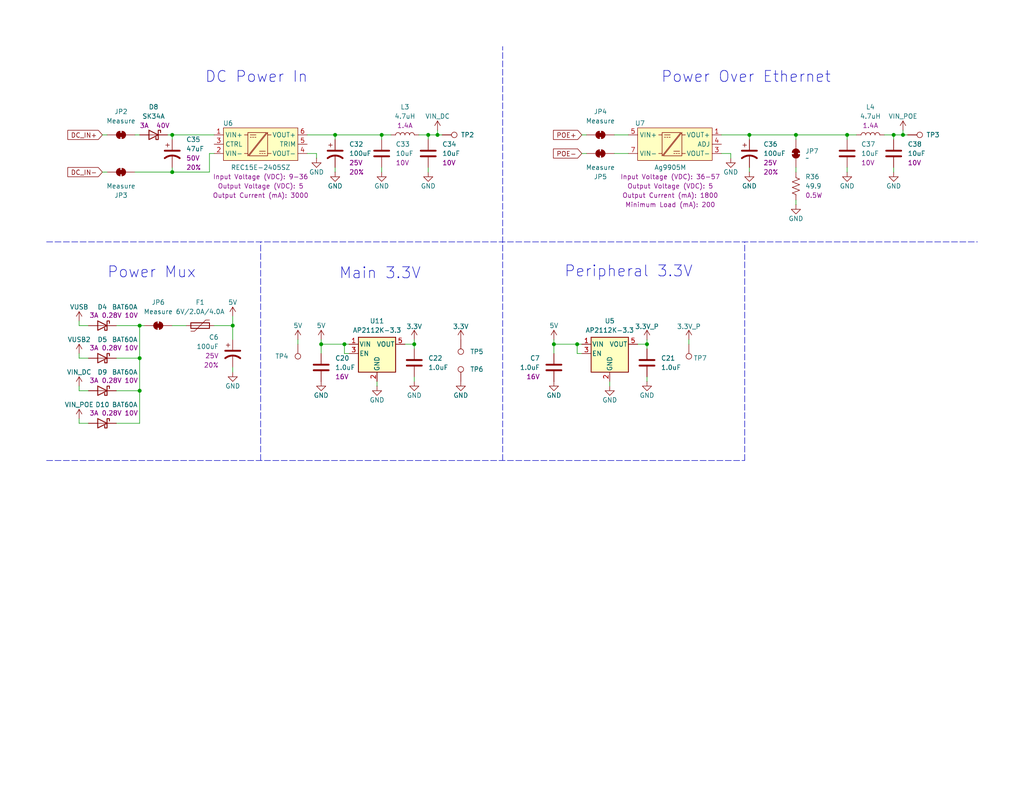
<source format=kicad_sch>
(kicad_sch (version 20231120) (generator "eeschema") (generator_version "8.0")
  (paper "USLetter")
  (lib_symbols
    (symbol "SparkFun-Capacitor:1.0uF_0603_16V_10%" (pin_numbers hide) (pin_names (offset 0.254))
      (property "Reference" "C" (at 0.635 2.54 0))
      (property "Value" "1.0uF" (at 0.635 -2.54 0))
      (property "Voltage" "16V" (at 0 -6.35 0))
      (property "Tolerance" "10%" (at 0 -8.89 0))
      (symbol "1.0uF_0603_16V_10%_0_1"
        (polyline (pts (xy -2.032 -0.762) (xy 2.032 -0.762)) (stroke (width 0.508)))
        (polyline (pts (xy -2.032 0.762) (xy 2.032 0.762)) (stroke (width 0.508)))
      )
      (symbol "1.0uF_0603_16V_10%_1_1"
        (pin passive line (at 0 3.81 270) (length 2.794) (name "~") (number "1"))
        (pin passive line (at 0 -3.81 90) (length 2.794) (name "~") (number "2"))
      )
    )
    (symbol "SparkFun-Capacitor:100uF_6.6x6.6_25V_20%" (pin_numbers hide) (pin_names (offset 0.254) hide)
      (property "Reference" "C" (at 0.635 2.54 0))
      (property "Value" "100uF" (at 0.635 -2.54 0))
      (property "Voltage" "25V" (at 0 -7.62 0))
      (property "Tolerance" "20%" (at 0 -10.16 0))
      (symbol "100uF_6.6x6.6_25V_20%_0_1"
        (polyline (pts (xy -2.032 0.762) (xy 2.032 0.762)) (stroke (width 0.508)))
        (polyline (pts (xy -1.778 2.286) (xy -0.762 2.286)))
        (polyline (pts (xy -1.27 1.778) (xy -1.27 2.794)))
        (arc (start 2.032 -1.27) (mid 0 -0.5572) (end -2.032 -1.27) (stroke (width 0.508)))
      )
      (symbol "100uF_6.6x6.6_25V_20%_1_1"
        (pin passive line (at 0 3.81 270) (length 2.794) (name "~") (number "1"))
        (pin passive line (at 0 -3.81 90) (length 3.302) (name "~") (number "2"))
      )
    )
    (symbol "SparkFun-Capacitor:10uF_0603_10V_20%" (pin_numbers hide) (pin_names (offset 0.254))
      (property "Reference" "C" (at 0.635 2.54 0))
      (property "Value" "10uF" (at 0.635 -2.54 0))
      (property "Voltage" "10V" (at 0 -6.35 0))
      (property "Tolerance" "20%" (at 0 -8.89 0))
      (symbol "10uF_0603_10V_20%_0_1"
        (polyline (pts (xy -2.032 -0.762) (xy 2.032 -0.762)) (stroke (width 0.508)))
        (polyline (pts (xy -2.032 0.762) (xy 2.032 0.762)) (stroke (width 0.508)))
      )
      (symbol "10uF_0603_10V_20%_1_1"
        (pin passive line (at 0 3.81 270) (length 2.794) (name "~") (number "1"))
        (pin passive line (at 0 -3.81 90) (length 2.794) (name "~") (number "2"))
      )
    )
    (symbol "SparkFun-Capacitor:47uF_6.6x6.6_50V_20%" (pin_numbers hide) (pin_names (offset 0.254) hide)
      (property "Reference" "C" (at 0.635 2.54 0))
      (property "Value" "47uF" (at 0.635 -2.54 0))
      (property "Voltage" "50V" (at 0 -7.62 0))
      (property "Tolerance" "20%" (at 0 -10.16 0))
      (symbol "47uF_6.6x6.6_50V_20%_0_1"
        (polyline (pts (xy -2.032 0.762) (xy 2.032 0.762)) (stroke (width 0.508)))
        (polyline (pts (xy -1.778 2.286) (xy -0.762 2.286)))
        (polyline (pts (xy -1.27 1.778) (xy -1.27 2.794)))
        (arc (start 2.032 -1.27) (mid 0 -0.5572) (end -2.032 -1.27) (stroke (width 0.508)))
      )
      (symbol "47uF_6.6x6.6_50V_20%_1_1"
        (pin passive line (at 0 3.81 270) (length 2.794) (name "~") (number "1"))
        (pin passive line (at 0 -3.81 90) (length 3.302) (name "~") (number "2"))
      )
    )
    (symbol "SparkFun-Coil:4.7uH_1008_1.4A" (pin_numbers hide) (pin_names (offset 1.016) hide)
      (property "Reference" "L" (at 0 2.54 0))
      (property "Value" "4.7uH" (at 0 -1.27 0))
      (property "Current" "1.4A" (at 0 -3.81 0))
      (symbol "4.7uH_1008_1.4A_0_1"
        (arc (start -1.27 0) (mid -1.905 0.6323) (end -2.54 0))
        (arc (start 0 0) (mid -0.635 0.6323) (end -1.27 0))
        (arc (start 1.27 0) (mid 0.635 0.6323) (end 0 0))
        (arc (start 2.54 0) (mid 1.905 0.6323) (end 1.27 0))
      )
      (symbol "4.7uH_1008_1.4A_1_1"
        (pin passive line (at -3.81 0 0) (length 1.27) (name "1") (number "1"))
        (pin passive line (at 3.81 0 180) (length 1.27) (name "2") (number "2"))
      )
    )
    (symbol "SparkFun-Connector:TestPoint_PTH" (pin_numbers hide) (pin_names (offset 0.762) hide)
      (property "Reference" "TP" (at 0 5.08 0))
      (symbol "TestPoint_PTH_0_1"
        (circle (center 0 3.302) (radius 0.762))
      )
      (symbol "TestPoint_PTH_1_1"
        (pin passive line (at 0 0 90) (length 2.54) (name "1") (number "1"))
      )
    )
    (symbol "SparkFun-DiscreteSemi:D_Schottky_3A_10V_0.28V" (pin_numbers hide) (pin_names (offset 1.016) hide)
      (property "Reference" "D" (at 0 2.54 0))
      (property "Value" "BAT60A" (at 0 -2.54 0))
      (property "IMax" "3A" (at 0 -5.08 0))
      (property "VDrop" "0.28V" (at 0 -10.16 0))
      (property "VMax" "10V" (at 0 -7.62 0))
      (symbol "D_Schottky_3A_10V_0.28V_0_1"
        (polyline (pts (xy 1.27 0) (xy -1.27 0)))
        (polyline (pts (xy 1.27 1.27) (xy 1.27 -1.27) (xy -1.27 0) (xy 1.27 1.27)) (stroke (width 0.254)))
        (polyline (pts (xy -1.905 0.635) (xy -1.905 1.27) (xy -1.27 1.27) (xy -1.27 -1.27) (xy -0.635 -1.27) (xy -0.635 -0.635)) (stroke (width 0.254)))
      )
      (symbol "D_Schottky_3A_10V_0.28V_1_1"
        (pin passive line (at 3.81 0 180) (length 2.54) (name "A") (number "A"))
        (pin passive line (at -3.81 0 0) (length 2.54) (name "C") (number "C"))
      )
    )
    (symbol "SparkFun-DiscreteSemi:D_Schottky_3A_40V_0.55V" (pin_numbers hide) (pin_names (offset 1.016) hide)
      (property "Reference" "D" (at 0 2.54 0))
      (property "Value" "SK34A" (at 0 -2.54 0))
      (property "IMax" "3A" (at 0 -5.08 0))
      (property "VDrop" "0.55V" (at 0 -10.16 0))
      (property "VMax" "40V" (at 0 -7.62 0))
      (symbol "D_Schottky_3A_40V_0.55V_0_1"
        (polyline (pts (xy 1.27 0) (xy -1.27 0)))
        (polyline (pts (xy 1.27 1.27) (xy 1.27 -1.27) (xy -1.27 0) (xy 1.27 1.27)) (stroke (width 0.254)))
        (polyline (pts (xy -1.905 0.635) (xy -1.905 1.27) (xy -1.27 1.27) (xy -1.27 -1.27) (xy -0.635 -1.27) (xy -0.635 -0.635)) (stroke (width 0.254)))
      )
      (symbol "D_Schottky_3A_40V_0.55V_1_1"
        (pin passive line (at 3.81 0 180) (length 2.54) (name "A") (number "A"))
        (pin passive line (at -3.81 0 0) (length 2.54) (name "C") (number "C"))
      )
    )
    (symbol "SparkFun-Fuse:Fuse 6V/2.0A/4.0A" (pin_numbers hide) (pin_names (offset 0))
      (property "Reference" "F" (at 0 2.54 0))
      (property "Value" "6V/2.0A/4.0A" (at 0 -2.54 0))
      (symbol "Fuse 6V/2.0A/4.0A_0_1"
        (polyline (pts (xy 2.54 0) (xy -2.54 0)))
        (polyline (pts (xy 2.54 1.524) (xy 1.524 1.524) (xy -1.524 -1.524) (xy -2.54 -1.524)))
        (rectangle (start 2.54 0.762) (end -2.54 -0.762) (stroke (width 0.254)))
      )
      (symbol "Fuse 6V/2.0A/4.0A_1_1"
        (pin passive line (at 3.81 0 180) (length 1.27) (name "~") (number "1"))
        (pin passive line (at -3.81 0 0) (length 1.27) (name "~") (number "2"))
      )
    )
    (symbol "SparkFun-IC-Power:Ag9905M"
      (property "Reference" "U" (at -9.8425 5.3975 0))
      (property "Value" "Ag9905M" (at 0 -5.715 0))
      (property "Input Voltage (VDC)" "36-57" (at 0 -7.62 0) (show_name))
      (property "Output Voltage (VDC)" "5" (at 0 -9.8425 0) (show_name))
      (property "Output Current (mA)" "1800" (at 0 -12.065 0) (show_name))
      (property "Minimum Load (mA)" "200" (at 0 -14.2875 0) (show_name))
      (symbol "Ag9905M_1_1"
        (rectangle (start -10.16 4.445) (end 10.16 -4.445) (fill (type background)))
        (polyline (pts (xy -4.445 -2.54) (xy -3.4925 -2.54)))
        (polyline (pts (xy -4.445 2.54) (xy -3.4925 2.54)))
        (polyline (pts (xy -3.4925 -3.175) (xy 1.5875 3.175)))
        (polyline (pts (xy -2.8575 1.905) (xy -2.54 1.905)))
        (polyline (pts (xy -2.8575 2.54) (xy -1.27 2.54)))
        (polyline (pts (xy -2.2225 1.905) (xy -1.905 1.905)))
        (polyline (pts (xy -1.5875 1.905) (xy -1.27 1.905)))
        (polyline (pts (xy -0.3175 -2.54) (xy 0 -2.54)))
        (polyline (pts (xy -0.3175 -1.905) (xy 1.27 -1.905)))
        (polyline (pts (xy 0.3175 -2.54) (xy 0.635 -2.54)))
        (polyline (pts (xy 0.9525 -2.54) (xy 1.27 -2.54)))
        (polyline (pts (xy 2.8575 -2.54) (xy 1.905 -2.54)))
        (polyline (pts (xy 2.8575 2.54) (xy 1.905 2.54)))
        (polyline (pts (xy -3.4925 -3.175) (xy -3.4925 3.175) (xy 1.5875 3.175)))
        (polyline (pts (xy 1.905 3.175) (xy -3.175 -3.175) (xy 1.905 -3.175) (xy 1.905 3.175)))
        (pin power_out line (at 12.7 2.54 180) (length 2.54) (name "VOUT+") (number "1"))
        (pin power_out line (at 12.7 2.54 180) (length 2.54) hide (name "VOUT+") (number "2"))
        (pin power_out line (at 12.7 -2.54 180) (length 2.54) (name "VOUT-") (number "3"))
        (pin input line (at 12.7 0 180) (length 2.54) (name "ADJ") (number "4"))
        (pin power_in line (at -12.7 2.54 0) (length 2.54) (name "VIN+") (number "5"))
        (pin power_in line (at -12.7 2.54 0) (length 2.54) hide (name "VIN+") (number "6"))
        (pin power_in line (at -12.7 -2.54 0) (length 2.54) (name "VIN-") (number "7"))
        (pin power_in line (at -12.7 -2.54 0) (length 2.54) hide (name "VIN-") (number "8"))
      )
    )
    (symbol "SparkFun-IC-Power:REC15E-2405SZ"
      (property "Reference" "U" (at -9.8425 5.3975 0))
      (property "Value" "REC15E-2405SZ" (at 0 -5.715 0))
      (property "Input Voltage (VDC)" "9-36" (at 0 -7.62 0) (show_name))
      (property "Output Voltage (VDC)" "5" (at 0 -9.8425 0) (show_name))
      (property "Output Current (mA)" "3000" (at 0 -12.065 0) (show_name))
      (symbol "REC15E-2405SZ_1_1"
        (rectangle (start -10.16 4.445) (end 10.16 -4.445) (fill (type background)))
        (polyline (pts (xy -4.445 -2.54) (xy -3.4925 -2.54)))
        (polyline (pts (xy -4.445 2.54) (xy -3.4925 2.54)))
        (polyline (pts (xy -3.4925 -3.175) (xy 1.5875 3.175)))
        (polyline (pts (xy -2.8575 1.905) (xy -2.54 1.905)))
        (polyline (pts (xy -2.8575 2.54) (xy -1.27 2.54)))
        (polyline (pts (xy -2.2225 1.905) (xy -1.905 1.905)))
        (polyline (pts (xy -1.5875 1.905) (xy -1.27 1.905)))
        (polyline (pts (xy -0.3175 -2.54) (xy 0 -2.54)))
        (polyline (pts (xy -0.3175 -1.905) (xy 1.27 -1.905)))
        (polyline (pts (xy 0.3175 -2.54) (xy 0.635 -2.54)))
        (polyline (pts (xy 0.9525 -2.54) (xy 1.27 -2.54)))
        (polyline (pts (xy 2.8575 -2.54) (xy 1.905 -2.54)))
        (polyline (pts (xy 2.8575 2.54) (xy 1.905 2.54)))
        (polyline (pts (xy -3.4925 -3.175) (xy -3.4925 3.175) (xy 1.5875 3.175)))
        (polyline (pts (xy 1.905 3.175) (xy -3.175 -3.175) (xy 1.905 -3.175) (xy 1.905 3.175)))
        (pin power_in line (at -12.7 2.54 0) (length 2.54) (name "VIN+") (number "1"))
        (pin power_in line (at -12.7 -2.54 0) (length 2.54) (name "VIN-") (number "2"))
        (pin input line (at -12.7 0 0) (length 2.54) (name "CTRL") (number "3"))
        (pin power_out line (at 12.7 -2.54 180) (length 2.54) (name "VOUT-") (number "4"))
        (pin input line (at 12.7 0 180) (length 2.54) (name "TRIM") (number "5"))
        (pin power_out line (at 12.7 2.54 180) (length 2.54) (name "VOUT+") (number "6"))
      )
    )
    (symbol "SparkFun-Jumper:Jumper_Measure" (pin_numbers hide) (pin_names (offset 0) hide)
      (property "Reference" "JP" (at 0 2.032 0))
      (property "Value" "Measure" (at 0 -2.54 0))
      (symbol "Jumper_Measure_0_1"
        (rectangle (start -0.508 0.508) (end 0.508 -0.508) (fill (type outline)))
        (arc (start -0.254 1.016) (mid -1.2656 0) (end -0.254 -1.016))
        (arc (start -0.254 1.016) (mid -1.2656 0) (end -0.254 -1.016) (fill (type outline)))
        (polyline (pts (xy -0.254 1.016) (xy -0.254 -1.016)))
        (polyline (pts (xy 0.254 1.016) (xy 0.254 -1.016)))
        (arc (start 0.254 -1.016) (mid 1.2656 0) (end 0.254 1.016))
        (arc (start 0.254 -1.016) (mid 1.2656 0) (end 0.254 1.016) (fill (type outline)))
      )
      (symbol "Jumper_Measure_1_1"
        (pin passive line (at -3.81 0 0) (length 2.54) (name "A") (number "1"))
        (pin passive line (at 3.81 0 180) (length 2.54) (name "B") (number "2"))
      )
    )
    (symbol "SparkFun-Jumper:SolderJumper_2_Bridged" (pin_numbers hide) (pin_names (offset 0) hide)
      (property "Reference" "JP" (at 0 2.032 0))
      (property "Value" "~" (at 0 -2.54 0))
      (symbol "SolderJumper_2_Bridged_0_1"
        (rectangle (start -0.508 0.508) (end 0.508 -0.508) (fill (type outline)))
        (arc (start -0.254 1.016) (mid -1.2656 0) (end -0.254 -1.016))
        (arc (start -0.254 1.016) (mid -1.2656 0) (end -0.254 -1.016) (fill (type outline)))
        (polyline (pts (xy -0.254 1.016) (xy -0.254 -1.016)))
        (polyline (pts (xy 0.254 1.016) (xy 0.254 -1.016)))
        (arc (start 0.254 -1.016) (mid 1.2656 0) (end 0.254 1.016))
        (arc (start 0.254 -1.016) (mid 1.2656 0) (end 0.254 1.016) (fill (type outline)))
      )
      (symbol "SolderJumper_2_Bridged_1_1"
        (pin passive line (at -3.81 0 0) (length 2.54) (name "A") (number "1"))
        (pin passive line (at 3.81 0 180) (length 2.54) (name "B") (number "2"))
      )
    )
    (symbol "SparkFun-PowerSymbol:3.3V" (power) (pin_names (offset 0))
      (property "Value" "3.3V" (at 0 3.81 0))
      (symbol "3.3V_0_1"
        (polyline (pts (xy -0.762 1.27) (xy 0 2.54)))
        (polyline (pts (xy 0 0) (xy 0 2.54)))
        (polyline (pts (xy 0 2.54) (xy 0.762 1.27)))
      )
      (symbol "3.3V_1_1"
        (pin power_in line (at 0 0 90) (length 0) hide (name "3.3V") (number "1"))
      )
    )
    (symbol "SparkFun-PowerSymbol:3.3V_P" (power) (pin_names (offset 0))
      (property "Value" "3.3V_P" (at 0 3.81 0))
      (symbol "3.3V_P_0_1"
        (polyline (pts (xy 0 0) (xy 0 2.54)))
        (polyline (pts (xy 0 2.54) (xy 0.762 1.27)))
      )
      (symbol "3.3V_P_1_1"
        (polyline (pts (xy -0.762 1.27) (xy 0 2.54)))
        (pin power_in line (at 0 0 90) (length 0) hide (name "3.3V_P") (number "1"))
      )
    )
    (symbol "SparkFun-PowerSymbol:5V" (power) (pin_names (offset 0))
      (property "Value" "5V" (at 0 3.81 0))
      (symbol "5V_0_1"
        (polyline (pts (xy -0.762 1.27) (xy 0 2.54)))
        (polyline (pts (xy 0 0) (xy 0 2.54)))
        (polyline (pts (xy 0 2.54) (xy 0.762 1.27)))
      )
      (symbol "5V_1_1"
        (pin power_in line (at 0 0 90) (length 0) hide (name "5V") (number "1"))
      )
    )
    (symbol "SparkFun-PowerSymbol:GND" (power) (pin_names (offset 0))
      (property "Value" "GND" (at 0 -3.81 0))
      (symbol "GND_0_1"
        (polyline (pts (xy 0 0) (xy 0 -1.27) (xy 1.27 -1.27) (xy 0 -2.54) (xy -1.27 -1.27) (xy 0 -1.27)))
      )
      (symbol "GND_1_1"
        (pin power_in line (at 0 0 270) (length 0) hide (name "GND") (number "1"))
      )
    )
    (symbol "SparkFun-PowerSymbol:VIN" (power) (pin_names (offset 0))
      (property "Value" "VIN" (at 0 3.81 0))
      (symbol "VIN_0_1"
        (polyline (pts (xy -0.762 1.27) (xy 0 2.54)))
        (polyline (pts (xy 0 0) (xy 0 2.54)))
        (polyline (pts (xy 0 2.54) (xy 0.762 1.27)))
      )
      (symbol "VIN_1_1"
        (pin power_in line (at 0 0 90) (length 0) hide (name "VIN") (number "1"))
      )
    )
    (symbol "SparkFun-PowerSymbol:VUSB" (power) (pin_names (offset 0))
      (property "Value" "VUSB" (at 0 3.81 0))
      (symbol "VUSB_0_1"
        (polyline (pts (xy -0.762 1.27) (xy 0 2.54)))
        (polyline (pts (xy 0 0) (xy 0 2.54)))
        (polyline (pts (xy 0 2.54) (xy 0.762 1.27)))
      )
      (symbol "VUSB_1_1"
        (pin power_in line (at 0 0 90) (length 0) hide (name "VUSB") (number "1"))
      )
    )
    (symbol "SparkFun-Regulator:AP2112K-3.3" (pin_names (offset 0.254))
      (property "Reference" "U3" (at 0 8.89 0))
      (property "Value" "AP2112K-3.3" (at 0 6.35 0))
      (symbol "AP2112K-3.3_1_1"
        (rectangle (start -5.08 4.445) (end 5.08 -5.08) (stroke (width 0.254)) (fill (type background)))
        (pin power_in line (at -7.62 2.54 0) (length 2.54) (name "VIN") (number "1"))
        (pin power_in line (at 0 -7.62 90) (length 2.54) (name "GND") (number "2"))
        (pin input line (at -7.62 0 0) (length 2.54) (name "EN") (number "3"))
        (pin no_connect line (at 5.08 0 180) (length 2.54) hide (name "NC") (number "4"))
        (pin power_out line (at 7.62 2.54 180) (length 2.54) (name "VOUT") (number "5"))
      )
    )
    (symbol "SparkFun-Resistor:49.9_1206" (pin_numbers hide) (pin_names (offset 0))
      (property "Reference" "R" (at 0 -2.54 0))
      (property "Value" "49.9" (at 0 2.54 0))
      (symbol "49.9_1206_0_1"
        (polyline (pts (xy -2.286 0) (xy -2.54 0)))
        (polyline (pts (xy 2.286 0) (xy 2.54 0)))
        (polyline (pts (xy -0.762 0) (xy -1.143 -1.016) (xy -1.524 0) (xy -1.905 1.016) (xy -2.286 0)))
        (polyline (pts (xy 0.762 0) (xy 0.381 -1.016) (xy 0 0) (xy -0.381 1.016) (xy -0.762 0)))
        (polyline (pts (xy 2.286 0) (xy 1.905 -1.016) (xy 1.524 0) (xy 1.143 1.016) (xy 0.762 0)))
      )
      (symbol "49.9_1206_1_1"
        (pin passive line (at 3.81 0 180) (length 1.27) (name "~") (number "1"))
        (pin passive line (at -3.81 0 0) (length 1.27) (name "~") (number "2"))
      )
    )
    (symbol "power:GND" (power) (pin_numbers hide) (pin_names (offset 0) hide)
      (property "Value" "GND" (at 0 -3.81 0))
      (symbol "GND_0_1"
        (polyline (pts (xy 0 0) (xy 0 -1.27) (xy 1.27 -1.27) (xy 0 -2.54) (xy -1.27 -1.27) (xy 0 -1.27)))
      )
      (symbol "GND_1_1"
        (pin power_in line (at 0 0 270) (length 0) (name "~") (number "1"))
      )
    )
  )
  (junction (at 38.1 88.9))
  (junction (at 243.84 36.83))
  (junction (at 38.1 97.79))
  (junction (at 204.47 36.83))
  (junction (at 116.84 36.83))
  (junction (at 157.48 93.98))
  (junction (at 113.03 93.98))
  (junction (at 46.99 46.99))
  (junction (at 46.99 36.83))
  (junction (at 91.44 36.83))
  (junction (at 246.38 36.83))
  (junction (at 176.53 93.98))
  (junction (at 231.14 36.83))
  (junction (at 217.17 36.83))
  (junction (at 104.14 36.83))
  (junction (at 93.98 93.98))
  (junction (at 38.1 106.68))
  (junction (at 63.5 88.9))
  (junction (at 87.63 93.98))
  (junction (at 119.38 36.83))
  (junction (at 151.13 93.98))
  (wire (pts (xy 113.03 93.98) (xy 113.03 95.25)))
  (wire (pts (xy 38.1 106.68) (xy 38.1 97.79)))
  (wire (pts (xy 21.59 115.57) (xy 24.13 115.57)))
  (wire (pts (xy 187.96 92.71) (xy 187.96 93.98)))
  (wire (pts (xy 31.75 106.68) (xy 38.1 106.68)))
  (wire (pts (xy 83.82 41.91) (xy 86.36 41.91)))
  (wire (pts (xy 217.17 54.61) (xy 217.17 55.88)))
  (wire (pts (xy 45.72 36.83) (xy 46.99 36.83)))
  (wire (pts (xy 167.64 36.83) (xy 171.45 36.83)))
  (wire (pts (xy 114.3 36.83) (xy 116.84 36.83)))
  (wire (pts (xy 119.38 36.83) (xy 120.65 36.83)))
  (wire (pts (xy 231.14 36.83) (xy 233.68 36.83)))
  (wire (pts (xy 27.94 46.99) (xy 29.21 46.99)))
  (wire (pts (xy 246.38 35.56) (xy 246.38 36.83)))
  (wire (pts (xy 57.15 46.99) (xy 57.15 41.91)))
  (wire (pts (xy 63.5 86.36) (xy 63.5 88.9)))
  (wire (pts (xy 93.98 93.98) (xy 87.63 93.98)))
  (wire (pts (xy 38.1 88.9) (xy 39.37 88.9)))
  (wire (pts (xy 176.53 93.98) (xy 176.53 95.25)))
  (wire (pts (xy 21.59 88.9) (xy 24.13 88.9)))
  (wire (pts (xy 217.17 45.72) (xy 217.17 46.99)))
  (wire (pts (xy 21.59 114.3) (xy 21.59 115.57)))
  (wire (pts (xy 36.83 46.99) (xy 46.99 46.99)))
  (wire (pts (xy 91.44 45.72) (xy 91.44 46.99)))
  (wire (pts (xy 231.14 45.72) (xy 231.14 46.99)))
  (wire (pts (xy 104.14 45.72) (xy 104.14 46.99)))
  (wire (pts (xy 46.99 88.9) (xy 50.8 88.9)))
  (wire (pts (xy 104.14 36.83) (xy 104.14 38.1)))
  (wire (pts (xy 116.84 36.83) (xy 116.84 38.1)))
  (wire (pts (xy 31.75 115.57) (xy 38.1 115.57)))
  (polyline (pts (xy 203.2 125.73) (xy 203.2 66.04)) (stroke (width 0) (type dash)))
  (wire (pts (xy 151.13 93.98) (xy 151.13 92.71)))
  (wire (pts (xy 46.99 36.83) (xy 46.99 38.1)))
  (wire (pts (xy 110.49 93.98) (xy 113.03 93.98)))
  (wire (pts (xy 87.63 93.98) (xy 87.63 96.52)))
  (wire (pts (xy 86.36 41.91) (xy 86.36 43.18)))
  (wire (pts (xy 199.39 41.91) (xy 199.39 43.18)))
  (wire (pts (xy 104.14 36.83) (xy 106.68 36.83)))
  (wire (pts (xy 95.25 93.98) (xy 93.98 93.98)))
  (wire (pts (xy 158.75 93.98) (xy 157.48 93.98)))
  (wire (pts (xy 46.99 36.83) (xy 58.42 36.83)))
  (wire (pts (xy 176.53 92.71) (xy 176.53 93.98)))
  (wire (pts (xy 63.5 100.33) (xy 63.5 101.6)))
  (wire (pts (xy 21.59 106.68) (xy 24.13 106.68)))
  (wire (pts (xy 217.17 36.83) (xy 217.17 38.1)))
  (wire (pts (xy 204.47 36.83) (xy 204.47 38.1)))
  (polyline (pts (xy 12.7 66.04) (xy 266.7 66.04)) (stroke (width 0) (type dash)))
  (wire (pts (xy 83.82 36.83) (xy 91.44 36.83)))
  (wire (pts (xy 151.13 93.98) (xy 151.13 96.52)))
  (wire (pts (xy 31.75 88.9) (xy 38.1 88.9)))
  (wire (pts (xy 63.5 88.9) (xy 63.5 92.71)))
  (wire (pts (xy 116.84 45.72) (xy 116.84 46.99)))
  (wire (pts (xy 21.59 105.41) (xy 21.59 106.68)))
  (wire (pts (xy 158.75 41.91) (xy 160.02 41.91)))
  (wire (pts (xy 166.37 104.14) (xy 166.37 105.41)))
  (wire (pts (xy 173.99 93.98) (xy 176.53 93.98)))
  (wire (pts (xy 91.44 36.83) (xy 104.14 36.83)))
  (wire (pts (xy 38.1 115.57) (xy 38.1 106.68)))
  (wire (pts (xy 36.83 36.83) (xy 38.1 36.83)))
  (wire (pts (xy 119.38 35.56) (xy 119.38 36.83)))
  (polyline (pts (xy 12.7 125.73) (xy 203.2 125.73)) (stroke (width 0) (type dash)))
  (polyline (pts (xy 137.16 125.73) (xy 137.16 12.7)) (stroke (width 0) (type dash)))
  (wire (pts (xy 57.15 41.91) (xy 58.42 41.91)))
  (wire (pts (xy 93.98 93.98) (xy 93.98 96.52)))
  (wire (pts (xy 196.85 41.91) (xy 199.39 41.91)))
  (wire (pts (xy 243.84 36.83) (xy 243.84 38.1)))
  (wire (pts (xy 243.84 36.83) (xy 246.38 36.83)))
  (wire (pts (xy 81.28 92.71) (xy 81.28 93.98)))
  (wire (pts (xy 58.42 88.9) (xy 63.5 88.9)))
  (wire (pts (xy 217.17 36.83) (xy 231.14 36.83)))
  (wire (pts (xy 91.44 36.83) (xy 91.44 38.1)))
  (wire (pts (xy 46.99 45.72) (xy 46.99 46.99)))
  (wire (pts (xy 27.94 36.83) (xy 29.21 36.83)))
  (wire (pts (xy 116.84 36.83) (xy 119.38 36.83)))
  (wire (pts (xy 31.75 97.79) (xy 38.1 97.79)))
  (wire (pts (xy 204.47 36.83) (xy 217.17 36.83)))
  (wire (pts (xy 204.47 45.72) (xy 204.47 46.99)))
  (wire (pts (xy 246.38 36.83) (xy 247.65 36.83)))
  (wire (pts (xy 113.03 102.87) (xy 113.03 104.14)))
  (wire (pts (xy 167.64 41.91) (xy 171.45 41.91)))
  (wire (pts (xy 21.59 87.63) (xy 21.59 88.9)))
  (wire (pts (xy 231.14 36.83) (xy 231.14 38.1)))
  (wire (pts (xy 113.03 92.71) (xy 113.03 93.98)))
  (wire (pts (xy 157.48 93.98) (xy 157.48 96.52)))
  (wire (pts (xy 38.1 88.9) (xy 38.1 97.79)))
  (wire (pts (xy 102.87 104.14) (xy 102.87 105.41)))
  (wire (pts (xy 241.3 36.83) (xy 243.84 36.83)))
  (wire (pts (xy 176.53 102.87) (xy 176.53 104.14)))
  (wire (pts (xy 243.84 45.72) (xy 243.84 46.99)))
  (wire (pts (xy 157.48 93.98) (xy 151.13 93.98)))
  (wire (pts (xy 158.75 96.52) (xy 157.48 96.52)))
  (polyline (pts (xy 71.12 125.73) (xy 71.12 66.04)) (stroke (width 0) (type dash)))
  (wire (pts (xy 196.85 36.83) (xy 204.47 36.83)))
  (wire (pts (xy 87.63 93.98) (xy 87.63 92.71)))
  (wire (pts (xy 95.25 96.52) (xy 93.98 96.52)))
  (wire (pts (xy 158.75 36.83) (xy 160.02 36.83)))
  (wire (pts (xy 21.59 97.79) (xy 24.13 97.79)))
  (wire (pts (xy 46.99 46.99) (xy 57.15 46.99)))
  (wire (pts (xy 21.59 96.52) (xy 21.59 97.79)))
  (text "Power Over Ethernet" (at 180.34 22.86 0) (effects (font (size 3 3)) (justify left bottom)))
  (text "DC Power In" (at 55.88 22.86 0) (effects (font (size 3 3)) (justify left bottom)))
  (text "Peripheral 3.3V" (at 153.924 75.946 0) (effects (font (size 3 3)) (justify left bottom)))
  (text "Power Mux" (at 29.21 76.2 0) (effects (font (size 3 3)) (justify left bottom)))
  (text "Main 3.3V" (at 92.456 76.454 0) (effects (font (size 3 3)) (justify left bottom)))
  (global_label "DC_IN-" (shape input) (at 27.94 46.99 180) (property "Intersheetrefs" "${INTERSHEET_REFS}" (effects (hide yes))))
  (global_label "POE+" (shape input) (at 158.75 36.83 180) (property "Intersheetrefs" "${INTERSHEET_REFS}" (effects (hide yes))))
  (global_label "DC_IN+" (shape input) (at 27.94 36.83 180) (property "Intersheetrefs" "${INTERSHEET_REFS}" (effects (hide yes))))
  (global_label "POE-" (shape input) (at 158.75 41.91 180) (property "Intersheetrefs" "${INTERSHEET_REFS}" (effects (hide yes))))
  (symbol (lib_id "SparkFun-Jumper:Jumper_Measure") (at 163.83 41.91 0) (mirror x) (unit 1)
    (property "Reference" "JP5" (at 163.83 48.26 0))
    (property "Value" "Measure" (at 163.83 45.72 0))
    (property "Footprint" "SparkFun-Jumper:Jumper_2_PTH_SMD_Combo-NC" (effects (hide yes)))
    (property "Description" "Solder Jumper, 2-pole, closed/bridged" (effects (hide yes)))
  )
  (symbol (lib_id "SparkFun-PowerSymbol:VUSB") (at 21.59 87.63 0) (unit 1)
    (property "Reference" "#PWR041" (effects (hide yes)))
    (property "Value" "VUSB" (at 21.59 83.82 0))
    (property "Description" "Power symbol creates a global label with name \"VUSB\"" (effects (hide yes)))
  )
  (symbol (lib_id "SparkFun-Connector:TestPoint_PTH") (at 187.96 93.98 180) (unit 1)
    (property "Reference" "TP7" (at 189.23 97.79 0) (effects (justify right)))
    (property "Value" "PTH" (effects (hide yes)))
    (property "Footprint" "SparkFun-Connector:1x01" (effects (hide yes)))
    (property "Description" "Test Point" (effects (hide yes)))
  )
  (symbol (lib_id "SparkFun-Capacitor:47uF_6.6x6.6_50V_20%") (at 46.99 41.91 0) (unit 1)
    (property "Reference" "C35" (at 50.8 38.1 0) (effects (justify left)))
    (property "Value" "47uF" (at 50.8 40.64 0) (effects (justify left)))
    (property "Footprint" "SparkFun-Capacitor:PANASONIC_D" (effects (hide yes)))
    (property "Datasheet" "https://www.chemi-con.co.jp/products/relatedfiles/capacitor/catalog/MVARA-e.PDF" (effects (hide yes)))
    (property "Description" "Polarized capacitor, US symbol, 0.248\" Dia x 0.303\" H, Electrolitic" (effects (hide yes)))
    (property "PROD_ID" "CAP-10547" (effects (hide yes)))
    (property "Voltage" "50V" (at 50.8 43.18 0) (effects (justify left)))
    (property "Tolerance" "20%" (at 50.8 45.72 0) (effects (justify left)))
  )
  (symbol (lib_id "SparkFun-PowerSymbol:VIN") (at 119.38 35.56 0) (unit 1)
    (property "Reference" "#PWR0115" (effects (hide yes)))
    (property "Value" "VIN_DC" (at 119.38 31.75 0))
    (property "Description" "Power symbol creates a global label with name \"VIN\"" (effects (hide yes)))
  )
  (symbol (lib_id "SparkFun-Coil:4.7uH_1008_1.4A") (at 237.49 36.83 0) (unit 1)
    (property "Reference" "L4" (at 237.49 29.21 0))
    (property "Value" "4.7uH" (at 237.49 31.75 0))
    (property "Footprint" "SparkFun-Coil:1008_2520Metric" (effects (hide yes)))
    (property "Datasheet" "https://mm.digikey.com/Volume0/opasdata/d220001/medias/docus/38/CIGW252010EH4R7MNE_Spec.pdf" (effects (hide yes)))
    (property "Description" "Inductor" (effects (hide yes)))
    (property "PROD_ID" "NDUC-14880" (effects (hide yes)))
    (property "Current" "1.4A" (at 237.49 34.29 0))
  )
  (symbol (lib_id "SparkFun-Capacitor:10uF_0603_10V_20%") (at 104.14 41.91 0) (unit 1)
    (property "Reference" "C33" (at 107.95 39.3699 0) (effects (justify left)))
    (property "Value" "10uF" (at 107.95 41.9099 0) (effects (justify left)))
    (property "Footprint" "SparkFun-Capacitor:C_0603_1608Metric" (effects (hide yes)))
    (property "Datasheet" "https://cdn.sparkfun.com/assets/8/a/4/a/5/Kemet_Capacitor_Datasheet.pdf" (effects (hide yes)))
    (property "Description" "Unpolarized capacitor" (effects (hide yes)))
    (property "PROD_ID" "CAP-20155" (effects (hide yes)))
    (property "Voltage" "10V" (at 107.95 44.4499 0) (effects (justify left)))
    (property "Tolerance" "20%" (effects (hide yes)))
  )
  (symbol (lib_id "SparkFun-Jumper:Jumper_Measure") (at 43.18 88.9 0) (unit 1)
    (property "Reference" "JP6" (at 43.18 82.55 0))
    (property "Value" "Measure" (at 43.18 85.09 0))
    (property "Footprint" "SparkFun-Jumper:Jumper_2_PTH_SMD_Combo-NC" (effects (hide yes)))
    (property "Description" "Solder Jumper, 2-pole, closed/bridged" (effects (hide yes)))
  )
  (symbol (lib_id "SparkFun-Connector:TestPoint_PTH") (at 81.28 93.98 180) (unit 1)
    (property "Reference" "TP4" (at 78.74 97.2819 0) (effects (justify left)))
    (property "Value" "PTH" (effects (hide yes)))
    (property "Footprint" "SparkFun-Connector:1x01" (effects (hide yes)))
    (property "Description" "Test Point" (effects (hide yes)))
  )
  (symbol (lib_id "SparkFun-PowerSymbol:VIN") (at 21.59 105.41 0) (unit 1)
    (property "Reference" "#PWR0116" (effects (hide yes)))
    (property "Value" "VIN_DC" (at 21.59 101.6 0))
    (property "Description" "Power symbol creates a global label with name \"VIN\"" (effects (hide yes)))
  )
  (symbol (lib_id "SparkFun-DiscreteSemi:D_Schottky_3A_40V_0.55V") (at 41.91 36.83 0) (mirror y) (unit 1)
    (property "Reference" "D8" (at 41.91 29.21 0))
    (property "Value" "SK34A" (at 41.91 31.75 0))
    (property "Footprint" "SparkFun-Semiconductor-Standard:SMA" (effects (hide yes)))
    (property "Datasheet" "https://www.smc-diodes.com/propdf/SK34A%20N0103%20REV.C.pdf" (effects (hide yes)))
    (property "Description" "Schottky diode" (effects (hide yes)))
    (property "PROD_ID" "DIO-14989" (effects (hide yes)))
    (property "IMax" "3A" (at 39.37 34.29 0))
    (property "VDrop" "0.55V" (effects (hide yes)))
    (property "VMax" "40V" (at 44.45 34.29 0))
  )
  (symbol (lib_id "power:GND") (at 176.53 104.14 0) (unit 1)
    (property "Reference" "#PWR029" (effects (hide yes)))
    (property "Value" "GND" (at 176.53 107.95 0))
    (property "Description" "Power symbol creates a global label with name \"GND\" , ground" (effects (hide yes)))
  )
  (symbol (lib_id "power:GND") (at 91.44 46.99 0) (unit 1)
    (property "Reference" "#PWR0112" (effects (hide yes)))
    (property "Value" "GND" (at 91.44 50.8 0))
    (property "Description" "Power symbol creates a global label with name \"GND\" , ground" (effects (hide yes)))
  )
  (symbol (lib_id "SparkFun-Connector:TestPoint_PTH") (at 125.73 104.14 0) (unit 1)
    (property "Reference" "TP6" (at 128.27 100.8379 0) (effects (justify left)))
    (property "Value" "PTH" (effects (hide yes)))
    (property "Footprint" "SparkFun-Connector:1x01" (effects (hide yes)))
    (property "Description" "Test Point" (effects (hide yes)))
  )
  (symbol (lib_id "power:GND") (at 231.14 46.99 0) (unit 1)
    (property "Reference" "#PWR0120" (effects (hide yes)))
    (property "Value" "GND" (at 231.14 50.8 0))
    (property "Description" "Power symbol creates a global label with name \"GND\" , ground" (effects (hide yes)))
  )
  (symbol (lib_id "SparkFun-Coil:4.7uH_1008_1.4A") (at 110.49 36.83 0) (unit 1)
    (property "Reference" "L3" (at 110.49 29.21 0))
    (property "Value" "4.7uH" (at 110.49 31.75 0))
    (property "Footprint" "SparkFun-Coil:1008_2520Metric" (effects (hide yes)))
    (property "Datasheet" "https://mm.digikey.com/Volume0/opasdata/d220001/medias/docus/38/CIGW252010EH4R7MNE_Spec.pdf" (effects (hide yes)))
    (property "Description" "Inductor" (effects (hide yes)))
    (property "PROD_ID" "NDUC-14880" (effects (hide yes)))
    (property "Current" "1.4A" (at 110.49 34.29 0))
  )
  (symbol (lib_id "SparkFun-DiscreteSemi:D_Schottky_3A_10V_0.28V") (at 27.94 88.9 0) (mirror y) (unit 1)
    (property "Reference" "D4" (at 27.94 83.82 0))
    (property "Value" "BAT60A" (at 34.036 83.82 0))
    (property "Footprint" "SparkFun-Semiconductor-Standard:SOD-323" (effects (hide yes)))
    (property "Datasheet" "https://www.infineon.com/dgdl/bat60aseries.pdf?folderId=db3a304313d846880113def5812204a1&fileId=db3a304313d846880113def70c9304a9" (effects (hide yes)))
    (property "Description" "Schottky diode" (effects (hide yes)))
    (property "PROD_ID" "DIO-14072" (effects (hide yes)))
    (property "IMax" "3A" (at 25.654 86.106 0))
    (property "VDrop" "0.28V" (at 30.48 86.106 0))
    (property "VMax" "10V" (at 35.814 86.106 0))
  )
  (symbol (lib_id "power:GND") (at 199.39 43.18 0) (unit 1)
    (property "Reference" "#PWR0117" (effects (hide yes)))
    (property "Value" "GND" (at 199.39 46.99 0))
    (property "Description" "Power symbol creates a global label with name \"GND\" , ground" (effects (hide yes)))
  )
  (symbol (lib_id "SparkFun-Jumper:Jumper_Measure") (at 33.02 46.99 0) (mirror x) (unit 1)
    (property "Reference" "JP3" (at 33.02 53.34 0))
    (property "Value" "Measure" (at 33.02 50.8 0))
    (property "Footprint" "SparkFun-Jumper:Jumper_2_PTH_SMD_Combo-NC" (effects (hide yes)))
    (property "Description" "Solder Jumper, 2-pole, closed/bridged" (effects (hide yes)))
  )
  (symbol (lib_id "power:GND") (at 113.03 104.14 0) (unit 1)
    (property "Reference" "#PWR068" (effects (hide yes)))
    (property "Value" "GND" (at 113.03 107.95 0))
    (property "Description" "Power symbol creates a global label with name \"GND\" , ground" (effects (hide yes)))
  )
  (symbol (lib_id "power:GND") (at 217.17 55.88 0) (unit 1)
    (property "Reference" "#PWR0123" (effects (hide yes)))
    (property "Value" "GND" (at 217.17 59.69 0))
    (property "Description" "Power symbol creates a global label with name \"GND\" , ground" (effects (hide yes)))
  )
  (symbol (lib_id "SparkFun-PowerSymbol:VUSB") (at 21.59 96.52 0) (unit 1)
    (property "Reference" "#PWR038" (effects (hide yes)))
    (property "Value" "VUSB2" (at 21.59 92.71 0))
    (property "Description" "Power symbol creates a global label with name \"VUSB\"" (effects (hide yes)))
  )
  (symbol (lib_id "SparkFun-IC-Power:Ag9905M") (at 184.15 39.37 0) (unit 1)
    (property "Reference" "U7" (at 174.625 33.655 0))
    (property "Value" "Ag9905M" (at 182.88 45.72 0))
    (property "Footprint" "SparkFun-Semiconductor-Standard:Ag9900M" (effects (hide yes)))
    (property "Datasheet" "https://cdn.sparkfun.com/assets/6/9/b/9/7/Ag9900M-datasheet-ultra-miniature-isolated-Power-over-Ethernet-POE-module.pdf" (effects (hide yes)))
    (property "Description" "The Ag9900 Power-over-Ethernet (PoE) modules are the smallest POE solution in the world and designed to extract power from a conventional twisted pair Category 5 Ethernet cable, conforming to the IEEE 802.3af PoE standard." (effects (hide yes)))
    (property "Input Voltage (VDC)" "36-57" (at 182.88 48.26 0) (show_name yes))
    (property "Output Voltage (VDC)" "5" (at 182.88 50.8 0) (show_name yes))
    (property "Output Current (mA)" "1800" (at 182.88 53.34 0) (show_name yes))
    (property "Minimum Load (mA)" "200" (at 182.88 55.88 0) (show_name yes))
    (property "PROD_ID" "IC-16251" (effects (hide yes)))
  )
  (symbol (lib_id "power:GND") (at 104.14 46.99 0) (unit 1)
    (property "Reference" "#PWR0113" (effects (hide yes)))
    (property "Value" "GND" (at 104.14 50.8 0))
    (property "Description" "Power symbol creates a global label with name \"GND\" , ground" (effects (hide yes)))
  )
  (symbol (lib_id "SparkFun-IC-Power:REC15E-2405SZ") (at 71.12 39.37 0) (unit 1)
    (property "Reference" "U6" (at 62.23 33.655 0))
    (property "Value" "REC15E-2405SZ" (at 71.12 45.72 0))
    (property "Footprint" "SparkFun-Semiconductor-Standard:REC15E" (effects (hide yes)))
    (property "Datasheet" "https://g.recomcdn.com/media/Datasheet/pdf/.fX2aue-W/.tb5cc79728e7bdacded41/Datasheet-81/REC15E-Z.pdf" (effects (hide yes)))
    (property "Description" "The REC15E-Z series are 4:1 wide input voltage range 15W power DC/DC converters in a 1”x1” case. Despite their low cost, the converters are fully specified devices with output currents up to 4 Amps,no minimum load, 1.6kVDC isolation, high efficiency and low ripple/noise figures." (effects (hide yes)))
    (property "Input Voltage (VDC)" "9-36" (at 71.12 48.26 0) (show_name yes))
    (property "Output Voltage (VDC)" "5" (at 71.12 50.8 0) (show_name yes))
    (property "Output Current (mA)" "3000" (at 71.12 53.34 0) (show_name yes))
    (property "PROD_ID" "COMP-19263" (effects (hide yes)))
  )
  (symbol (lib_id "power:GND") (at 86.36 43.18 0) (unit 1)
    (property "Reference" "#PWR0110" (effects (hide yes)))
    (property "Value" "GND" (at 86.36 46.99 0))
    (property "Description" "Power symbol creates a global label with name \"GND\" , ground" (effects (hide yes)))
  )
  (symbol (lib_id "SparkFun-Resistor:49.9_1206") (at 217.17 50.8 270) (unit 1)
    (property "Reference" "R36" (at 219.71 48.2599 90) (effects (justify left)))
    (property "Value" "49.9" (at 219.71 50.7999 90) (effects (justify left)))
    (property "Footprint" "SparkFun-Resistor:R_1206_3216Metric" (effects (hide yes)))
    (property "Datasheet" "https://www.seielect.com/catalog/sei-rncp.pdf" (effects (hide yes)))
    (property "Description" "Resistor" (effects (hide yes)))
    (property "PROD_ID" "RES-16252" (effects (hide yes)))
    (property "Wattage" "0.5W" (at 219.71 53.3399 90) (effects (justify left)))
    (property "Tolerance" "1%" (effects (hide yes)))
  )
  (symbol (lib_id "SparkFun-Capacitor:10uF_0603_10V_20%") (at 243.84 41.91 0) (unit 1)
    (property "Reference" "C38" (at 247.65 39.3699 0) (effects (justify left)))
    (property "Value" "10uF" (at 247.65 41.9099 0) (effects (justify left)))
    (property "Footprint" "SparkFun-Capacitor:C_0603_1608Metric" (effects (hide yes)))
    (property "Datasheet" "https://cdn.sparkfun.com/assets/8/a/4/a/5/Kemet_Capacitor_Datasheet.pdf" (effects (hide yes)))
    (property "Description" "Unpolarized capacitor" (effects (hide yes)))
    (property "PROD_ID" "CAP-20155" (effects (hide yes)))
    (property "Voltage" "10V" (at 247.65 44.4499 0) (effects (justify left)))
    (property "Tolerance" "20%" (effects (hide yes)))
  )
  (symbol (lib_id "SparkFun-Connector:TestPoint_PTH") (at 125.73 92.71 180) (unit 1)
    (property "Reference" "TP5" (at 128.27 96.0119 0) (effects (justify right)))
    (property "Value" "PTH" (effects (hide yes)))
    (property "Footprint" "SparkFun-Connector:1x01" (effects (hide yes)))
    (property "Description" "Test Point" (effects (hide yes)))
  )
  (symbol (lib_id "SparkFun-PowerSymbol:3.3V") (at 113.03 92.71 0) (unit 1)
    (property "Reference" "#PWR033" (effects (hide yes)))
    (property "Value" "3.3V" (at 113.03 89.154 0))
    (property "Description" "Power symbol creates a global label with name \"3.3V\"" (effects (hide yes)))
  )
  (symbol (lib_id "power:GND") (at 151.13 104.14 0) (unit 1)
    (property "Reference" "#PWR04" (effects (hide yes)))
    (property "Value" "GND" (at 151.13 107.95 0))
    (property "Description" "Power symbol creates a global label with name \"GND\" , ground" (effects (hide yes)))
  )
  (symbol (lib_id "SparkFun-Regulator:AP2112K-3.3") (at 166.37 96.52 0) (unit 1)
    (property "Reference" "U5" (at 166.37 87.63 0))
    (property "Value" "AP2112K-3.3" (at 166.37 90.17 0))
    (property "Footprint" "SparkFun-Semiconductor-Standard:SOT23-5" (effects (hide yes)))
    (property "Datasheet" "https://www.diodes.com/assets/Datasheets/AP2112.pdf" (effects (hide yes)))
    (property "Description" "600mA low dropout linear regulator, with enable pin, 3.8V-6V input voltage range, 3.3V fixed positive output, SOT-23-5" (effects (hide yes)))
    (property "PROD_ID" "VREG-12457" (effects (hide yes)))
    (property "VMax" "6V" (effects (hide yes)))
    (property "Imax" "600mA" (effects (hide yes)))
    (property "Iq" "55µA" (effects (hide yes)))
  )
  (symbol (lib_id "SparkFun-Capacitor:1.0uF_0603_16V_10%") (at 113.03 99.06 0) (unit 1)
    (property "Reference" "C22" (at 116.84 97.7899 0) (effects (justify left)))
    (property "Value" "1.0uF" (at 116.84 100.3299 0) (effects (justify left)))
    (property "Footprint" "SparkFun-Capacitor:C_0603_1608Metric" (effects (hide yes)))
    (property "Datasheet" "https://cdn.sparkfun.com/assets/8/a/4/a/5/Kemet_Capacitor_Datasheet.pdf" (effects (hide yes)))
    (property "Description" "Unpolarized capacitor" (effects (hide yes)))
    (property "PROD_ID" "CAP-13930" (effects (hide yes)))
    (property "Voltage" "16V" (effects (hide yes)))
    (property "Tolerance" "10%" (effects (hide yes)))
  )
  (symbol (lib_id "power:GND") (at 166.37 105.41 0) (unit 1)
    (property "Reference" "#PWR06" (effects (hide yes)))
    (property "Value" "GND" (at 166.37 109.22 0))
    (property "Description" "Power symbol creates a global label with name \"GND\" , ground" (effects (hide yes)))
  )
  (symbol (lib_id "SparkFun-DiscreteSemi:D_Schottky_3A_10V_0.28V") (at 27.94 115.57 0) (mirror y) (unit 1)
    (property "Reference" "D10" (at 27.94 110.49 0))
    (property "Value" "BAT60A" (at 34.036 110.49 0))
    (property "Footprint" "SparkFun-Semiconductor-Standard:SOD-323" (effects (hide yes)))
    (property "Datasheet" "https://www.infineon.com/dgdl/bat60aseries.pdf?folderId=db3a304313d846880113def5812204a1&fileId=db3a304313d846880113def70c9304a9" (effects (hide yes)))
    (property "Description" "Schottky diode" (effects (hide yes)))
    (property "PROD_ID" "DIO-14072" (effects (hide yes)))
    (property "IMax" "3A" (at 25.654 112.776 0))
    (property "VDrop" "0.28V" (at 30.48 112.776 0))
    (property "VMax" "10V" (at 35.814 112.776 0))
  )
  (symbol (lib_id "SparkFun-Capacitor:1.0uF_0603_16V_10%") (at 87.63 100.33 0) (unit 1)
    (property "Reference" "C20" (at 91.44 97.7899 0) (effects (justify left)))
    (property "Value" "1.0uF" (at 91.44 100.3299 0) (effects (justify left)))
    (property "Footprint" "SparkFun-Capacitor:C_0603_1608Metric" (effects (hide yes)))
    (property "Datasheet" "https://cdn.sparkfun.com/assets/8/a/4/a/5/Kemet_Capacitor_Datasheet.pdf" (effects (hide yes)))
    (property "Description" "Unpolarized capacitor" (effects (hide yes)))
    (property "PROD_ID" "CAP-13930" (effects (hide yes)))
    (property "Voltage" "16V" (at 91.44 102.8699 0) (effects (justify left)))
    (property "Tolerance" "10%" (effects (hide yes)))
  )
  (symbol (lib_id "SparkFun-Jumper:Jumper_Measure") (at 33.02 36.83 0) (unit 1)
    (property "Reference" "JP2" (at 33.02 30.48 0))
    (property "Value" "Measure" (at 33.02 33.02 0))
    (property "Footprint" "SparkFun-Jumper:Jumper_2_PTH_SMD_Combo-NC" (effects (hide yes)))
    (property "Description" "Solder Jumper, 2-pole, closed/bridged" (effects (hide yes)))
  )
  (symbol (lib_id "power:GND") (at 204.47 46.99 0) (unit 1)
    (property "Reference" "#PWR0119" (effects (hide yes)))
    (property "Value" "GND" (at 204.47 50.8 0))
    (property "Description" "Power symbol creates a global label with name \"GND\" , ground" (effects (hide yes)))
  )
  (symbol (lib_id "power:GND") (at 116.84 46.99 0) (unit 1)
    (property "Reference" "#PWR0114" (effects (hide yes)))
    (property "Value" "GND" (at 116.84 50.8 0))
    (property "Description" "Power symbol creates a global label with name \"GND\" , ground" (effects (hide yes)))
  )
  (symbol (lib_id "SparkFun-Regulator:AP2112K-3.3") (at 102.87 96.52 0) (unit 1)
    (property "Reference" "U11" (at 102.87 87.63 0))
    (property "Value" "AP2112K-3.3" (at 102.87 90.17 0))
    (property "Footprint" "SparkFun-Semiconductor-Standard:SOT23-5" (effects (hide yes)))
    (property "Datasheet" "https://www.diodes.com/assets/Datasheets/AP2112.pdf" (effects (hide yes)))
    (property "Description" "600mA low dropout linear regulator, with enable pin, 3.8V-6V input voltage range, 3.3V fixed positive output, SOT-23-5" (effects (hide yes)))
    (property "PROD_ID" "VREG-12457" (effects (hide yes)))
    (property "VMax" "6V" (effects (hide yes)))
    (property "Imax" "600mA" (effects (hide yes)))
    (property "Iq" "55µA" (effects (hide yes)))
  )
  (symbol (lib_id "SparkFun-PowerSymbol:5V") (at 63.5 86.36 0) (unit 1)
    (property "Reference" "#PWR042" (effects (hide yes)))
    (property "Value" "5V" (at 63.5 82.55 0))
    (property "Description" "Power symbol creates a global label with name \"5V\"" (effects (hide yes)))
  )
  (symbol (lib_id "SparkFun-Capacitor:10uF_0603_10V_20%") (at 116.84 41.91 0) (unit 1)
    (property "Reference" "C34" (at 120.65 39.3699 0) (effects (justify left)))
    (property "Value" "10uF" (at 120.65 41.9099 0) (effects (justify left)))
    (property "Footprint" "SparkFun-Capacitor:C_0603_1608Metric" (effects (hide yes)))
    (property "Datasheet" "https://cdn.sparkfun.com/assets/8/a/4/a/5/Kemet_Capacitor_Datasheet.pdf" (effects (hide yes)))
    (property "Description" "Unpolarized capacitor" (effects (hide yes)))
    (property "PROD_ID" "CAP-20155" (effects (hide yes)))
    (property "Voltage" "10V" (at 120.65 44.4499 0) (effects (justify left)))
    (property "Tolerance" "20%" (effects (hide yes)))
  )
  (symbol (lib_id "SparkFun-PowerSymbol:5V") (at 151.13 92.71 0) (unit 1)
    (property "Reference" "#PWR02" (effects (hide yes)))
    (property "Value" "5V" (at 151.13 88.9 0))
    (property "Description" "Power symbol creates a global label with name \"5V\"" (effects (hide yes)))
  )
  (symbol (lib_id "SparkFun-PowerSymbol:GND") (at 125.73 104.14 0) (unit 1)
    (property "Reference" "#PWR0118" (effects (hide yes)))
    (property "Value" "GND" (at 125.73 107.95 0))
    (property "Description" "Power symbol creates a global label with name \"GND\" , ground" (effects (hide yes)))
  )
  (symbol (lib_id "SparkFun-Capacitor:1.0uF_0603_16V_10%") (at 151.13 100.33 0) (unit 1)
    (property "Reference" "C7" (at 147.32 97.7899 0) (effects (justify right)))
    (property "Value" "1.0uF" (at 147.32 100.3299 0) (effects (justify right)))
    (property "Footprint" "SparkFun-Capacitor:C_0603_1608Metric" (effects (hide yes)))
    (property "Datasheet" "https://cdn.sparkfun.com/assets/8/a/4/a/5/Kemet_Capacitor_Datasheet.pdf" (effects (hide yes)))
    (property "Description" "Unpolarized capacitor" (effects (hide yes)))
    (property "PROD_ID" "CAP-13930" (effects (hide yes)))
    (property "Voltage" "16V" (at 147.32 102.8699 0) (effects (justify right)))
    (property "Tolerance" "10%" (effects (hide yes)))
  )
  (symbol (lib_id "SparkFun-PowerSymbol:5V") (at 87.63 92.71 0) (unit 1)
    (property "Reference" "#PWR043" (effects (hide yes)))
    (property "Value" "5V" (at 87.63 88.9 0))
    (property "Description" "Power symbol creates a global label with name \"5V\"" (effects (hide yes)))
  )
  (symbol (lib_id "SparkFun-Capacitor:100uF_6.6x6.6_25V_20%") (at 63.5 96.52 0) (unit 1)
    (property "Reference" "C6" (at 59.69 92.0749 0) (effects (justify right)))
    (property "Value" "100uF" (at 59.69 94.6149 0) (effects (justify right)))
    (property "Footprint" "SparkFun-Capacitor:PANASONIC_D" (effects (hide yes)))
    (property "Datasheet" "https://www.chemi-con.co.jp/products/relatedfiles/capacitor/catalog/MVARA-e.PDF" (effects (hide yes)))
    (property "Description" "Polarized capacitor, US symbol, 0.248\" Dia x 0.303\" H, Electrolitic" (effects (hide yes)))
    (property "PROD_ID" "CAP-12547" (effects (hide yes)))
    (property "Voltage" "25V" (at 59.69 97.1549 0) (effects (justify right)))
    (property "Tolerance" "20%" (at 59.69 99.6949 0) (effects (justify right)))
  )
  (symbol (lib_id "power:GND") (at 87.63 104.14 0) (unit 1)
    (property "Reference" "#PWR031" (effects (hide yes)))
    (property "Value" "GND" (at 87.63 107.95 0))
    (property "Description" "Power symbol creates a global label with name \"GND\" , ground" (effects (hide yes)))
  )
  (symbol (lib_id "SparkFun-Connector:TestPoint_PTH") (at 120.65 36.83 270) (unit 1)
    (property "Reference" "TP2" (at 125.73 36.8299 90) (effects (justify left)))
    (property "Value" "PTH" (effects (hide yes)))
    (property "Footprint" "SparkFun-Connector:1x01" (effects (hide yes)))
    (property "Description" "Test Point" (effects (hide yes)))
  )
  (symbol (lib_id "SparkFun-Fuse:Fuse 6V/2.0A/4.0A") (at 54.61 88.9 0) (unit 1)
    (property "Reference" "F1" (at 54.61 82.55 0))
    (property "Value" "6V/2.0A/4.0A" (at 54.61 85.09 0))
    (property "Footprint" "SparkFun-Fuse:1210" (effects (hide yes)))
    (property "Datasheet" "https://www.belfuse.com/resources/datasheets/circuitprotection/ds-cp-0zch-series.pdf" (effects (hide yes)))
    (property "Description" "Resettable fuse 2A" (effects (hide yes)))
    (property "PROD_ID" "RES-14313" (effects (hide yes)))
  )
  (symbol (lib_id "power:GND") (at 63.5 101.6 0) (unit 1)
    (property "Reference" "#PWR045" (effects (hide yes)))
    (property "Value" "GND" (at 63.5 105.41 0))
    (property "Description" "Power symbol creates a global label with name \"GND\" , ground" (effects (hide yes)))
  )
  (symbol (lib_id "SparkFun-Connector:TestPoint_PTH") (at 247.65 36.83 270) (unit 1)
    (property "Reference" "TP3" (at 252.73 36.8299 90) (effects (justify left)))
    (property "Value" "PTH" (effects (hide yes)))
    (property "Footprint" "SparkFun-Connector:1x01" (effects (hide yes)))
    (property "Description" "Test Point" (effects (hide yes)))
  )
  (symbol (lib_id "SparkFun-PowerSymbol:3.3V") (at 125.73 92.71 0) (unit 1)
    (property "Reference" "#PWR037" (effects (hide yes)))
    (property "Value" "3.3V" (at 125.73 89.154 0))
    (property "Description" "Power symbol creates a global label with name \"3.3V\"" (effects (hide yes)))
  )
  (symbol (lib_id "SparkFun-PowerSymbol:VIN") (at 246.38 35.56 0) (unit 1)
    (property "Reference" "#PWR0122" (effects (hide yes)))
    (property "Value" "VIN_POE" (at 246.38 31.75 0))
    (property "Description" "Power symbol creates a global label with name \"VIN\"" (effects (hide yes)))
  )
  (symbol (lib_id "SparkFun-Jumper:SolderJumper_2_Bridged") (at 217.17 41.91 90) (unit 1)
    (property "Reference" "JP7" (at 219.71 41.2749 90) (effects (justify right)))
    (property "Value" "~" (at 219.71 43.18 90) (effects (justify right)))
    (property "Footprint" "SparkFun-Jumper:Jumper_2_NC_Trace" (effects (hide yes)))
    (property "Description" "Solder Jumper, 2-pole, closed/bridged" (effects (hide yes)))
  )
  (symbol (lib_id "SparkFun-Capacitor:100uF_6.6x6.6_25V_20%") (at 91.44 41.91 0) (unit 1)
    (property "Reference" "C32" (at 95.25 39.37 0) (effects (justify left)))
    (property "Value" "100uF" (at 95.25 41.91 0) (effects (justify left)))
    (property "Footprint" "SparkFun-Capacitor:PANASONIC_D" (effects (hide yes)))
    (property "Datasheet" "https://www.chemi-con.co.jp/products/relatedfiles/capacitor/catalog/MVARA-e.PDF" (effects (hide yes)))
    (property "Description" "Polarized capacitor, US symbol, 0.248\" Dia x 0.303\" H, Electrolitic" (effects (hide yes)))
    (property "PROD_ID" "CAP-12547" (effects (hide yes)))
    (property "Voltage" "25V" (at 95.25 44.45 0) (effects (justify left)))
    (property "Tolerance" "20%" (at 95.25 46.99 0) (effects (justify left)))
  )
  (symbol (lib_id "SparkFun-PowerSymbol:VIN") (at 21.59 114.3 0) (unit 1)
    (property "Reference" "#PWR0124" (effects (hide yes)))
    (property "Value" "VIN_POE" (at 21.59 110.49 0))
    (property "Description" "Power symbol creates a global label with name \"VIN\"" (effects (hide yes)))
  )
  (symbol (lib_id "SparkFun-PowerSymbol:3.3V_P") (at 187.96 92.71 0) (unit 1)
    (property "Reference" "#PWR094" (effects (hide yes)))
    (property "Value" "3.3V_P" (at 187.96 89.154 0))
    (property "Description" "Power symbol creates a global label with name \"3.3V_P\"" (effects (hide yes)))
  )
  (symbol (lib_id "power:GND") (at 102.87 105.41 0) (unit 1)
    (property "Reference" "#PWR032" (effects (hide yes)))
    (property "Value" "GND" (at 102.87 109.22 0))
    (property "Description" "Power symbol creates a global label with name \"GND\" , ground" (effects (hide yes)))
  )
  (symbol (lib_id "SparkFun-Capacitor:10uF_0603_10V_20%") (at 231.14 41.91 0) (unit 1)
    (property "Reference" "C37" (at 234.95 39.3699 0) (effects (justify left)))
    (property "Value" "10uF" (at 234.95 41.9099 0) (effects (justify left)))
    (property "Footprint" "SparkFun-Capacitor:C_0603_1608Metric" (effects (hide yes)))
    (property "Datasheet" "https://cdn.sparkfun.com/assets/8/a/4/a/5/Kemet_Capacitor_Datasheet.pdf" (effects (hide yes)))
    (property "Description" "Unpolarized capacitor" (effects (hide yes)))
    (property "PROD_ID" "CAP-20155" (effects (hide yes)))
    (property "Voltage" "10V" (at 234.95 44.4499 0) (effects (justify left)))
    (property "Tolerance" "20%" (effects (hide yes)))
  )
  (symbol (lib_id "SparkFun-Capacitor:1.0uF_0603_16V_10%") (at 176.53 99.06 0) (unit 1)
    (property "Reference" "C21" (at 180.34 97.7899 0) (effects (justify left)))
    (property "Value" "1.0uF" (at 180.34 100.3299 0) (effects (justify left)))
    (property "Footprint" "SparkFun-Capacitor:C_0603_1608Metric" (effects (hide yes)))
    (property "Datasheet" "https://cdn.sparkfun.com/assets/8/a/4/a/5/Kemet_Capacitor_Datasheet.pdf" (effects (hide yes)))
    (property "Description" "Unpolarized capacitor" (effects (hide yes)))
    (property "PROD_ID" "CAP-13930" (effects (hide yes)))
    (property "Voltage" "16V" (effects (hide yes)))
    (property "Tolerance" "10%" (effects (hide yes)))
  )
  (symbol (lib_id "power:GND") (at 243.84 46.99 0) (unit 1)
    (property "Reference" "#PWR0121" (effects (hide yes)))
    (property "Value" "GND" (at 243.84 50.8 0))
    (property "Description" "Power symbol creates a global label with name \"GND\" , ground" (effects (hide yes)))
  )
  (symbol (lib_id "SparkFun-PowerSymbol:3.3V_P") (at 176.53 92.71 0) (unit 1)
    (property "Reference" "#PWR017" (effects (hide yes)))
    (property "Value" "3.3V_P" (at 176.53 89.154 0))
    (property "Description" "Power symbol creates a global label with name \"3.3V_P\"" (effects (hide yes)))
  )
  (symbol (lib_id "SparkFun-Jumper:Jumper_Measure") (at 163.83 36.83 0) (unit 1)
    (property "Reference" "JP4" (at 163.83 30.48 0))
    (property "Value" "Measure" (at 163.83 33.02 0))
    (property "Footprint" "SparkFun-Jumper:Jumper_2_PTH_SMD_Combo-NC" (effects (hide yes)))
    (property "Description" "Solder Jumper, 2-pole, closed/bridged" (effects (hide yes)))
  )
  (symbol (lib_id "SparkFun-PowerSymbol:5V") (at 81.28 92.71 0) (unit 1)
    (property "Reference" "#PWR030" (effects (hide yes)))
    (property "Value" "5V" (at 81.28 88.9 0))
    (property "Description" "Power symbol creates a global label with name \"5V\"" (effects (hide yes)))
  )
  (symbol (lib_id "SparkFun-DiscreteSemi:D_Schottky_3A_10V_0.28V") (at 27.94 106.68 0) (mirror y) (unit 1)
    (property "Reference" "D9" (at 27.94 101.6 0))
    (property "Value" "BAT60A" (at 34.036 101.6 0))
    (property "Footprint" "SparkFun-Semiconductor-Standard:SOD-323" (effects (hide yes)))
    (property "Datasheet" "https://www.infineon.com/dgdl/bat60aseries.pdf?folderId=db3a304313d846880113def5812204a1&fileId=db3a304313d846880113def70c9304a9" (effects (hide yes)))
    (property "Description" "Schottky diode" (effects (hide yes)))
    (property "PROD_ID" "DIO-14072" (effects (hide yes)))
    (property "IMax" "3A" (at 25.654 103.886 0))
    (property "VDrop" "0.28V" (at 30.48 103.886 0))
    (property "VMax" "10V" (at 35.814 103.886 0))
  )
  (symbol (lib_id "SparkFun-DiscreteSemi:D_Schottky_3A_10V_0.28V") (at 27.94 97.79 0) (mirror y) (unit 1)
    (property "Reference" "D5" (at 27.94 92.71 0))
    (property "Value" "BAT60A" (at 34.036 92.71 0))
    (property "Footprint" "SparkFun-Semiconductor-Standard:SOD-323" (effects (hide yes)))
    (property "Datasheet" "https://www.infineon.com/dgdl/bat60aseries.pdf?folderId=db3a304313d846880113def5812204a1&fileId=db3a304313d846880113def70c9304a9" (effects (hide yes)))
    (property "Description" "Schottky diode" (effects (hide yes)))
    (property "PROD_ID" "DIO-14072" (effects (hide yes)))
    (property "IMax" "3A" (at 25.654 94.996 0))
    (property "VDrop" "0.28V" (at 30.48 94.996 0))
    (property "VMax" "10V" (at 35.814 94.996 0))
  )
  (symbol (lib_id "SparkFun-Capacitor:100uF_6.6x6.6_25V_20%") (at 204.47 41.91 0) (unit 1)
    (property "Reference" "C36" (at 208.28 39.37 0) (effects (justify left)))
    (property "Value" "100uF" (at 208.28 41.91 0) (effects (justify left)))
    (property "Footprint" "SparkFun-Capacitor:PANASONIC_D" (effects (hide yes)))
    (property "Datasheet" "https://www.chemi-con.co.jp/products/relatedfiles/capacitor/catalog/MVARA-e.PDF" (effects (hide yes)))
    (property "Description" "Polarized capacitor, US symbol, 0.248\" Dia x 0.303\" H, Electrolitic" (effects (hide yes)))
    (property "PROD_ID" "CAP-12547" (effects (hide yes)))
    (property "Voltage" "25V" (at 208.28 44.45 0) (effects (justify left)))
    (property "Tolerance" "20%" (at 208.28 46.99 0) (effects (justify left)))
  )
)
</source>
